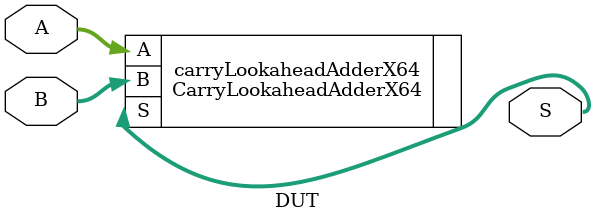
<source format=sv>
module DUT (
    input [64 - 1 : 0] A,
    input [64 - 1 : 0] B,
    output [64 - 1 : 0] S
);

CarryLookaheadAdderX64 carryLookaheadAdderX64 (
    .A(A),
    .B(B),
    .S(S)
);

endmodule
</source>
